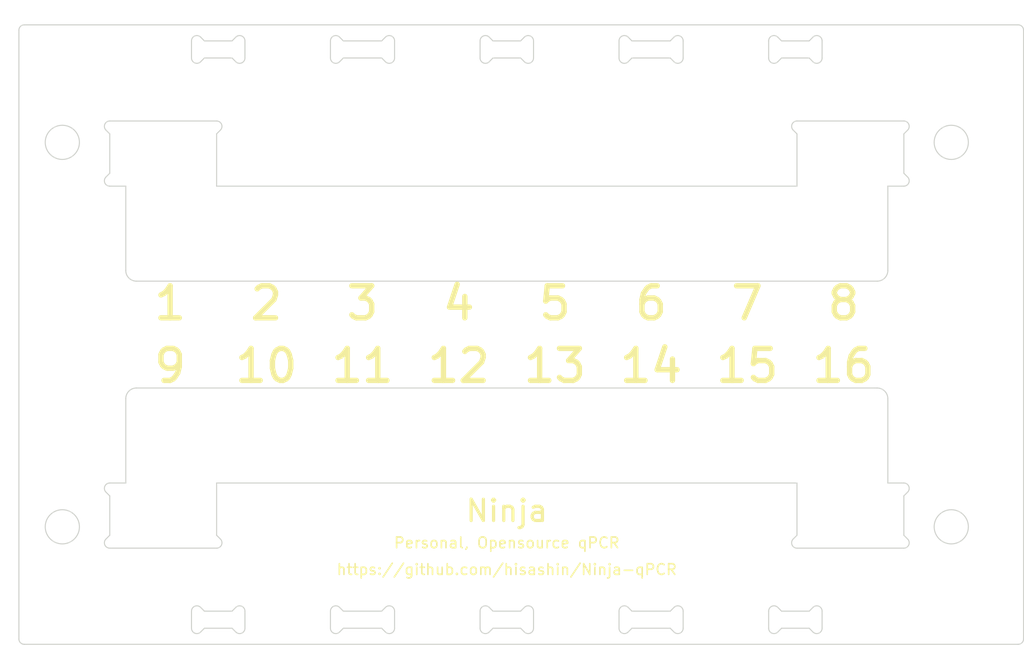
<source format=kicad_pcb>
(kicad_pcb (version 20171130) (host pcbnew "(5.1.6-0-10_14)")

  (general
    (thickness 1.6)
    (drawings 220)
    (tracks 0)
    (zones 0)
    (modules 0)
    (nets 1)
  )

  (page A4)
  (layers
    (0 F.Cu signal)
    (31 B.Cu signal)
    (32 B.Adhes user)
    (33 F.Adhes user)
    (34 B.Paste user)
    (35 F.Paste user)
    (36 B.SilkS user)
    (37 F.SilkS user)
    (38 B.Mask user)
    (39 F.Mask user)
    (40 Dwgs.User user)
    (41 Cmts.User user)
    (42 Eco1.User user)
    (43 Eco2.User user)
    (44 Edge.Cuts user)
    (45 Margin user)
    (46 B.CrtYd user)
    (47 F.CrtYd user)
    (48 B.Fab user)
    (49 F.Fab user)
  )

  (setup
    (last_trace_width 0.25)
    (trace_clearance 0.2)
    (zone_clearance 0.508)
    (zone_45_only no)
    (trace_min 0.2)
    (via_size 0.8)
    (via_drill 0.4)
    (via_min_size 0.4)
    (via_min_drill 0.3)
    (uvia_size 0.3)
    (uvia_drill 0.1)
    (uvias_allowed no)
    (uvia_min_size 0.2)
    (uvia_min_drill 0.1)
    (edge_width 0.1)
    (segment_width 0.2)
    (pcb_text_width 0.3)
    (pcb_text_size 1.5 1.5)
    (mod_edge_width 0.15)
    (mod_text_size 1 1)
    (mod_text_width 0.15)
    (pad_size 1.7 1.7)
    (pad_drill 1)
    (pad_to_mask_clearance 0)
    (aux_axis_origin 0 0)
    (grid_origin 0.5 0.5)
    (visible_elements FFFFFF7F)
    (pcbplotparams
      (layerselection 0x010fc_ffffffff)
      (usegerberextensions true)
      (usegerberattributes false)
      (usegerberadvancedattributes true)
      (creategerberjobfile true)
      (excludeedgelayer true)
      (linewidth 0.100000)
      (plotframeref false)
      (viasonmask false)
      (mode 1)
      (useauxorigin false)
      (hpglpennumber 1)
      (hpglpenspeed 20)
      (hpglpendiameter 15.000000)
      (psnegative false)
      (psa4output false)
      (plotreference true)
      (plotvalue true)
      (plotinvisibletext false)
      (padsonsilk false)
      (subtractmaskfromsilk false)
      (outputformat 1)
      (mirror false)
      (drillshape 0)
      (scaleselection 1)
      (outputdirectory ""))
  )

  (net 0 "")

  (net_class Default "This is the default net class."
    (clearance 0.2)
    (trace_width 0.25)
    (via_dia 0.8)
    (via_drill 0.4)
    (uvia_dia 0.3)
    (uvia_drill 0.1)
  )

  (gr_text 94x58mm (at 122 69.02) (layer Dwgs.User)
    (effects (font (size 1 1) (thickness 0.15)))
  )
  (gr_text https://github.com/hisashin/Ninja-qPCR (at 165.650074 121.5) (layer F.SilkS) (tstamp 60D54DBF)
    (effects (font (size 1 1) (thickness 0.15)))
  )
  (gr_text "Personal, Opensource qPCR" (at 165.650074 119) (layer F.SilkS) (tstamp 60D54DBD)
    (effects (font (size 1 1) (thickness 0.15)))
  )
  (gr_text Ninja (at 165.650074 116) (layer F.SilkS)
    (effects (font (size 2 2) (thickness 0.3)))
  )
  (gr_text 10 (at 143.150074 102.43) (layer F.SilkS) (tstamp 60D54D34)
    (effects (font (size 3 3) (thickness 0.5)))
  )
  (gr_text 16 (at 197.150074 102.43) (layer F.SilkS) (tstamp 60D54D33)
    (effects (font (size 3 3) (thickness 0.5)))
  )
  (gr_text 13 (at 170.150074 102.43) (layer F.SilkS) (tstamp 60D54D32)
    (effects (font (size 3 3) (thickness 0.5)))
  )
  (gr_text 15 (at 188.150074 102.43) (layer F.SilkS) (tstamp 60D54D31)
    (effects (font (size 3 3) (thickness 0.5)))
  )
  (gr_text 11 (at 152.150074 102.43) (layer F.SilkS) (tstamp 60D54D30)
    (effects (font (size 3 3) (thickness 0.5)))
  )
  (gr_text 12 (at 161.150074 102.43) (layer F.SilkS) (tstamp 60D54D2F)
    (effects (font (size 3 3) (thickness 0.5)))
  )
  (gr_text 14 (at 179.150074 102.43) (layer F.SilkS) (tstamp 60D54D2E)
    (effects (font (size 3 3) (thickness 0.5)))
  )
  (gr_text 9 (at 134.150074 102.43) (layer F.SilkS) (tstamp 60D54D2D)
    (effects (font (size 3 3) (thickness 0.5)))
  )
  (gr_text 8 (at 197.150074 96.57) (layer F.SilkS) (tstamp 60D54CA5)
    (effects (font (size 3 3) (thickness 0.5)))
  )
  (gr_text 7 (at 188.150074 96.57) (layer F.SilkS) (tstamp 60D54CA3)
    (effects (font (size 3 3) (thickness 0.5)))
  )
  (gr_text 6 (at 179.150074 96.57) (layer F.SilkS) (tstamp 60D54CA1)
    (effects (font (size 3 3) (thickness 0.5)))
  )
  (gr_text 5 (at 170.150074 96.57) (layer F.SilkS) (tstamp 60D54C9F)
    (effects (font (size 3 3) (thickness 0.5)))
  )
  (gr_text 4 (at 161.150074 96.57) (layer F.SilkS) (tstamp 60D54C9D)
    (effects (font (size 3 3) (thickness 0.5)))
  )
  (gr_text 3 (at 152.150074 96.57) (layer F.SilkS) (tstamp 60D54C9B)
    (effects (font (size 3 3) (thickness 0.5)))
  )
  (gr_text 2 (at 143.150074 96.57) (layer F.SilkS) (tstamp 60D54C98)
    (effects (font (size 3 3) (thickness 0.5)))
  )
  (gr_text 1 (at 134.150074 96.57) (layer F.SilkS)
    (effects (font (size 3 3) (thickness 0.5)))
  )
  (gr_circle (center 179.150074 90.000094) (end 180.750074 90.000094) (layer Dwgs.User) (width 0.1) (tstamp 60D54C41))
  (gr_circle (center 197.150074 90.000094) (end 198.750074 90.000094) (layer Dwgs.User) (width 0.1) (tstamp 60D54C40))
  (gr_circle (center 134.150074 90.000094) (end 135.750074 90.000094) (layer Dwgs.User) (width 0.1) (tstamp 60D54C3F))
  (gr_circle (center 161.150074 90.000094) (end 162.750074 90.000094) (layer Dwgs.User) (width 0.1) (tstamp 60D54C3E))
  (gr_circle (center 188.150074 90.000094) (end 189.750074 90.000094) (layer Dwgs.User) (width 0.1) (tstamp 60D54C3D))
  (gr_circle (center 143.150074 90.000094) (end 144.750074 90.000094) (layer Dwgs.User) (width 0.1) (tstamp 60D54C3C))
  (gr_circle (center 170.150074 90.000094) (end 171.750074 90.000094) (layer Dwgs.User) (width 0.1) (tstamp 60D54C3B))
  (gr_circle (center 152.150074 90.000094) (end 153.750074 90.000094) (layer Dwgs.User) (width 0.1) (tstamp 60D54C3A))
  (gr_circle (center 134.150074 108.999906) (end 135.750074 108.999906) (layer Dwgs.User) (width 0.1) (tstamp 60D54C27))
  (gr_circle (center 143.150074 108.999906) (end 144.750074 108.999906) (layer Dwgs.User) (width 0.1) (tstamp 60D54C25))
  (gr_circle (center 152.150074 108.999906) (end 153.750074 108.999906) (layer Dwgs.User) (width 0.1) (tstamp 60D54C23))
  (gr_circle (center 161.150074 108.999906) (end 162.750074 108.999906) (layer Dwgs.User) (width 0.1) (tstamp 60D54C21))
  (gr_circle (center 170.150074 108.999906) (end 171.750074 108.999906) (layer Dwgs.User) (width 0.1) (tstamp 60D54C1F))
  (gr_circle (center 179.150074 108.999906) (end 180.750074 108.999906) (layer Dwgs.User) (width 0.1) (tstamp 60D54C1D))
  (gr_circle (center 188.150074 108.999906) (end 189.750074 108.999906) (layer Dwgs.User) (width 0.1) (tstamp 60D54C1B))
  (gr_circle (center 197.150074 108.999906) (end 198.750074 108.999906) (layer Dwgs.User) (width 0.1) (tstamp 60D54C10))
  (gr_arc (start 213.5 128) (end 213.5 128.5) (angle -90) (layer Edge.Cuts) (width 0.1))
  (gr_arc (start 120.5 128) (end 120 128) (angle -90) (layer Edge.Cuts) (width 0.1))
  (gr_arc (start 120.5 71) (end 120.5 70.5) (angle -90) (layer Edge.Cuts) (width 0.1))
  (gr_arc (start 213.5 71) (end 214 71) (angle -90) (layer Edge.Cuts) (width 0.1))
  (gr_line (start 176.15 125.398483) (end 176.15 126.998483) (layer Edge.Cuts) (width 0.1) (tstamp 60D54A87))
  (gr_arc (start 176.65 125.398483) (end 176.15 125.398483) (angle 135) (layer Edge.Cuts) (width 0.1) (tstamp 60D54A86))
  (gr_line (start 177.357106 125.398483) (end 177.003553 125.044929) (layer Edge.Cuts) (width 0.1) (tstamp 60D54A85))
  (gr_line (start 180.942893 125.398483) (end 177.357106 125.398483) (layer Edge.Cuts) (width 0.1) (tstamp 60D54A84))
  (gr_line (start 181.296446 125.044929) (end 180.942893 125.398483) (layer Edge.Cuts) (width 0.1) (tstamp 60D54A83))
  (gr_arc (start 181.65 125.398483) (end 181.296446 125.044929) (angle 135) (layer Edge.Cuts) (width 0.1) (tstamp 60D54A82))
  (gr_line (start 182.15 126.998483) (end 182.15 125.398483) (layer Edge.Cuts) (width 0.1) (tstamp 60D54A81))
  (gr_arc (start 181.65 126.998483) (end 182.15 126.998483) (angle 135) (layer Edge.Cuts) (width 0.1) (tstamp 60D54A80))
  (gr_line (start 180.942893 126.998483) (end 181.296446 127.352036) (layer Edge.Cuts) (width 0.1) (tstamp 60D54A7F))
  (gr_line (start 177.357106 126.998483) (end 180.942893 126.998483) (layer Edge.Cuts) (width 0.1) (tstamp 60D54A7E))
  (gr_line (start 177.003553 127.352036) (end 177.357106 126.998483) (layer Edge.Cuts) (width 0.1) (tstamp 60D54A7D))
  (gr_arc (start 176.65 126.998483) (end 177.003553 127.352036) (angle 135) (layer Edge.Cuts) (width 0.1) (tstamp 60D54A7C))
  (gr_line (start 166.942893 126.998483) (end 164.357106 126.998483) (layer Edge.Cuts) (width 0.1) (tstamp 60D54A7B))
  (gr_line (start 167.296446 127.352036) (end 166.942893 126.998483) (layer Edge.Cuts) (width 0.1) (tstamp 60D54A7A))
  (gr_arc (start 167.65 126.998483) (end 168.15 126.998483) (angle 135) (layer Edge.Cuts) (width 0.1) (tstamp 60D54A79))
  (gr_line (start 168.15 125.398483) (end 168.15 126.998483) (layer Edge.Cuts) (width 0.1) (tstamp 60D54A78))
  (gr_arc (start 167.65 125.398483) (end 167.296446 125.044929) (angle 135) (layer Edge.Cuts) (width 0.1) (tstamp 60D54A77))
  (gr_line (start 166.942893 125.398483) (end 167.296446 125.044929) (layer Edge.Cuts) (width 0.1) (tstamp 60D54A76))
  (gr_line (start 164.357106 125.398483) (end 166.942893 125.398483) (layer Edge.Cuts) (width 0.1) (tstamp 60D54A75))
  (gr_line (start 164.003553 125.044929) (end 164.357106 125.398483) (layer Edge.Cuts) (width 0.1) (tstamp 60D54A74))
  (gr_arc (start 163.65 125.398483) (end 163.15 125.398483) (angle 135) (layer Edge.Cuts) (width 0.1) (tstamp 60D54A73))
  (gr_line (start 163.15 126.998483) (end 163.15 125.398483) (layer Edge.Cuts) (width 0.1) (tstamp 60D54A72))
  (gr_arc (start 163.65 126.998483) (end 164.003553 127.352036) (angle 135) (layer Edge.Cuts) (width 0.1) (tstamp 60D54A71))
  (gr_line (start 164.357106 126.998483) (end 164.003553 127.352036) (layer Edge.Cuts) (width 0.1) (tstamp 60D54A70))
  (gr_circle (center 124.064141 117.499167) (end 122.464141 117.499167) (layer Edge.Cuts) (width 0.1) (tstamp 60D54A6F))
  (gr_circle (center 207.236141 117.499167) (end 205.636141 117.499167) (layer Edge.Cuts) (width 0.1) (tstamp 60D54A6E))
  (gr_line (start 137.357106 125.398483) (end 139.942893 125.398483) (layer Edge.Cuts) (width 0.1) (tstamp 60D54A6D))
  (gr_line (start 137.003553 125.044929) (end 137.357106 125.398483) (layer Edge.Cuts) (width 0.1) (tstamp 60D54A6C))
  (gr_arc (start 136.65 125.398483) (end 136.15 125.398483) (angle 135) (layer Edge.Cuts) (width 0.1) (tstamp 60D54A6B))
  (gr_line (start 136.15 126.998483) (end 136.15 125.398483) (layer Edge.Cuts) (width 0.1) (tstamp 60D54A6A))
  (gr_arc (start 136.65 126.998483) (end 137.003553 127.352036) (angle 135) (layer Edge.Cuts) (width 0.1) (tstamp 60D54A69))
  (gr_line (start 137.357106 126.998483) (end 137.003553 127.352036) (layer Edge.Cuts) (width 0.1) (tstamp 60D54A68))
  (gr_line (start 139.942893 126.998483) (end 137.357106 126.998483) (layer Edge.Cuts) (width 0.1) (tstamp 60D54A67))
  (gr_line (start 140.296446 127.352036) (end 139.942893 126.998483) (layer Edge.Cuts) (width 0.1) (tstamp 60D54A66))
  (gr_arc (start 140.65 126.998483) (end 141.15 126.998483) (angle 135) (layer Edge.Cuts) (width 0.1) (tstamp 60D54A65))
  (gr_line (start 141.15 125.398483) (end 141.15 126.998483) (layer Edge.Cuts) (width 0.1) (tstamp 60D54A64))
  (gr_arc (start 140.65 125.398483) (end 140.296446 125.044929) (angle 135) (layer Edge.Cuts) (width 0.1) (tstamp 60D54A63))
  (gr_line (start 139.942893 125.398483) (end 140.296446 125.044929) (layer Edge.Cuts) (width 0.1) (tstamp 60D54A62))
  (gr_line (start 149.15 125.398483) (end 149.15 126.998483) (layer Edge.Cuts) (width 0.1) (tstamp 60D54A61))
  (gr_arc (start 149.65 125.398483) (end 149.15 125.398483) (angle 135) (layer Edge.Cuts) (width 0.1) (tstamp 60D54A60))
  (gr_line (start 150.357106 125.398483) (end 150.003553 125.044929) (layer Edge.Cuts) (width 0.1) (tstamp 60D54A5F))
  (gr_line (start 153.942893 125.398483) (end 150.357106 125.398483) (layer Edge.Cuts) (width 0.1) (tstamp 60D54A5E))
  (gr_line (start 154.296446 125.044929) (end 153.942893 125.398483) (layer Edge.Cuts) (width 0.1) (tstamp 60D54A5D))
  (gr_arc (start 154.65 125.398483) (end 154.296446 125.044929) (angle 135) (layer Edge.Cuts) (width 0.1) (tstamp 60D54A5C))
  (gr_line (start 155.15 126.998483) (end 155.15 125.398483) (layer Edge.Cuts) (width 0.1) (tstamp 60D54A5B))
  (gr_arc (start 154.65 126.998483) (end 155.15 126.998483) (angle 135) (layer Edge.Cuts) (width 0.1) (tstamp 60D54A5A))
  (gr_line (start 153.942893 126.998483) (end 154.296446 127.352036) (layer Edge.Cuts) (width 0.1) (tstamp 60D54A59))
  (gr_line (start 150.357106 126.998483) (end 153.942893 126.998483) (layer Edge.Cuts) (width 0.1) (tstamp 60D54A58))
  (gr_line (start 150.003553 127.352036) (end 150.357106 126.998483) (layer Edge.Cuts) (width 0.1) (tstamp 60D54A57))
  (gr_arc (start 149.65 126.998483) (end 150.003553 127.352036) (angle 135) (layer Edge.Cuts) (width 0.1) (tstamp 60D54A56))
  (gr_line (start 193.942893 126.998483) (end 191.357106 126.998483) (layer Edge.Cuts) (width 0.1) (tstamp 60D54A55))
  (gr_line (start 194.296446 127.352036) (end 193.942893 126.998483) (layer Edge.Cuts) (width 0.1) (tstamp 60D54A54))
  (gr_arc (start 194.65 126.998483) (end 195.15 126.998483) (angle 135) (layer Edge.Cuts) (width 0.1) (tstamp 60D54A53))
  (gr_line (start 195.15 125.398483) (end 195.15 126.998483) (layer Edge.Cuts) (width 0.1) (tstamp 60D54A52))
  (gr_arc (start 194.65 125.398483) (end 194.296446 125.044929) (angle 135) (layer Edge.Cuts) (width 0.1) (tstamp 60D54A51))
  (gr_line (start 193.942893 125.398483) (end 194.296446 125.044929) (layer Edge.Cuts) (width 0.1) (tstamp 60D54A50))
  (gr_line (start 191.357106 125.398483) (end 193.942893 125.398483) (layer Edge.Cuts) (width 0.1) (tstamp 60D54A4F))
  (gr_line (start 191.003553 125.044929) (end 191.357106 125.398483) (layer Edge.Cuts) (width 0.1) (tstamp 60D54A4E))
  (gr_arc (start 190.65 125.398483) (end 190.15 125.398483) (angle 135) (layer Edge.Cuts) (width 0.1) (tstamp 60D54A4D))
  (gr_line (start 190.15 126.998483) (end 190.15 125.398483) (layer Edge.Cuts) (width 0.1) (tstamp 60D54A4C))
  (gr_arc (start 190.65 126.998483) (end 191.003553 127.352036) (angle 135) (layer Edge.Cuts) (width 0.1) (tstamp 60D54A4B))
  (gr_line (start 191.357106 126.998483) (end 191.003553 127.352036) (layer Edge.Cuts) (width 0.1) (tstamp 60D54A4A))
  (gr_line (start 192.446053 118.644929) (end 192.799606 118.291376) (layer Edge.Cuts) (width 0.1) (tstamp 60D54A49))
  (gr_arc (start 192.799606 118.998483) (end 192.799606 119.498483) (angle 135) (layer Edge.Cuts) (width 0.1) (tstamp 60D54A48))
  (gr_line (start 202.8 119.498483) (end 192.799606 119.498483) (layer Edge.Cuts) (width 0.1) (tstamp 60D54A47))
  (gr_arc (start 202.8 118.998483) (end 203.153553 118.644929) (angle 135) (layer Edge.Cuts) (width 0.1) (tstamp 60D54A46))
  (gr_line (start 202.8 118.291376) (end 203.153553 118.644929) (layer Edge.Cuts) (width 0.1) (tstamp 60D54A45))
  (gr_line (start 202.8 114.605589) (end 202.8 118.291376) (layer Edge.Cuts) (width 0.1) (tstamp 60D54A44))
  (gr_line (start 203.153553 114.252036) (end 202.8 114.605589) (layer Edge.Cuts) (width 0.1) (tstamp 60D54A43))
  (gr_line (start 192.799606 113.398483) (end 138.499606 113.398483) (layer Edge.Cuts) (width 0.1) (tstamp 60D54A42))
  (gr_line (start 192.799606 118.291376) (end 192.799606 113.398483) (layer Edge.Cuts) (width 0.1) (tstamp 60D54A41))
  (gr_arc (start 200.3 105.501319) (end 200.3 104.501319) (angle 90) (layer Edge.Cuts) (width 0.1) (tstamp 60D54A40))
  (gr_line (start 131 104.501319) (end 200.3 104.501319) (layer Edge.Cuts) (width 0.1) (tstamp 60D54A3F))
  (gr_arc (start 131 105.501319) (end 130 105.501319) (angle 90) (layer Edge.Cuts) (width 0.1) (tstamp 60D54A3E))
  (gr_line (start 130 113.398483) (end 130 105.501319) (layer Edge.Cuts) (width 0.1) (tstamp 60D54A3D))
  (gr_line (start 128.5 113.398483) (end 130 113.398483) (layer Edge.Cuts) (width 0.1) (tstamp 60D54A3A))
  (gr_arc (start 128.5 113.898483) (end 128.146446 114.252036) (angle 135) (layer Edge.Cuts) (width 0.1) (tstamp 60D54A39))
  (gr_line (start 128.5 114.605589) (end 128.146446 114.252036) (layer Edge.Cuts) (width 0.1) (tstamp 60D54A38))
  (gr_line (start 128.5 118.291376) (end 128.5 114.605589) (layer Edge.Cuts) (width 0.1) (tstamp 60D54A37))
  (gr_line (start 128.146446 118.644929) (end 128.5 118.291376) (layer Edge.Cuts) (width 0.1) (tstamp 60D54A36))
  (gr_arc (start 128.5 118.998483) (end 128.5 119.498483) (angle 135) (layer Edge.Cuts) (width 0.1) (tstamp 60D54A35))
  (gr_line (start 138.499606 119.498483) (end 128.5 119.498483) (layer Edge.Cuts) (width 0.1) (tstamp 60D54A34))
  (gr_arc (start 138.499606 118.998483) (end 138.853159 118.644929) (angle 134.9999941) (layer Edge.Cuts) (width 0.1) (tstamp 60D54A33))
  (gr_line (start 138.499606 118.291376) (end 138.853159 118.644929) (layer Edge.Cuts) (width 0.1) (tstamp 60D54A32))
  (gr_line (start 138.499606 113.398483) (end 138.499606 118.291376) (layer Edge.Cuts) (width 0.1) (tstamp 60D54A31))
  (gr_line (start 120.5 128.5) (end 213.5 128.5) (layer Edge.Cuts) (width 0.1) (tstamp 60D54A2F))
  (gr_arc (start 202.8 113.898483) (end 202.8 113.398483) (angle 135) (layer Edge.Cuts) (width 0.1) (tstamp 60D54A2E))
  (gr_line (start 201.3 113.398483) (end 202.8 113.398483) (layer Edge.Cuts) (width 0.1) (tstamp 60D54A2D))
  (gr_line (start 201.3 105.501319) (end 201.3 113.398483) (layer Edge.Cuts) (width 0.1) (tstamp 60D54A2C))
  (gr_line (start 176.15 73.601517) (end 176.15 72.001517) (layer Edge.Cuts) (width 0.1))
  (gr_arc (start 176.65 73.601517) (end 176.15 73.601517) (angle -135) (layer Edge.Cuts) (width 0.1))
  (gr_line (start 177.357106 73.601517) (end 177.003553 73.955071) (layer Edge.Cuts) (width 0.1))
  (gr_line (start 180.942893 73.601517) (end 177.357106 73.601517) (layer Edge.Cuts) (width 0.1))
  (gr_line (start 181.296446 73.955071) (end 180.942893 73.601517) (layer Edge.Cuts) (width 0.1))
  (gr_arc (start 181.65 73.601517) (end 181.296446 73.955071) (angle -135) (layer Edge.Cuts) (width 0.1))
  (gr_line (start 182.15 72.001517) (end 182.15 73.601517) (layer Edge.Cuts) (width 0.1))
  (gr_arc (start 181.65 72.001517) (end 182.15 72.001517) (angle -135) (layer Edge.Cuts) (width 0.1))
  (gr_line (start 180.942893 72.001517) (end 181.296446 71.647964) (layer Edge.Cuts) (width 0.1))
  (gr_line (start 177.357106 72.001517) (end 180.942893 72.001517) (layer Edge.Cuts) (width 0.1))
  (gr_line (start 177.003553 71.647964) (end 177.357106 72.001517) (layer Edge.Cuts) (width 0.1))
  (gr_arc (start 176.65 72.001517) (end 177.003553 71.647964) (angle -135) (layer Edge.Cuts) (width 0.1))
  (gr_line (start 166.942893 72.001517) (end 164.357106 72.001517) (layer Edge.Cuts) (width 0.1))
  (gr_line (start 167.296446 71.647964) (end 166.942893 72.001517) (layer Edge.Cuts) (width 0.1))
  (gr_arc (start 167.65 72.001517) (end 168.15 72.001517) (angle -135) (layer Edge.Cuts) (width 0.1))
  (gr_line (start 168.15 73.601517) (end 168.15 72.001517) (layer Edge.Cuts) (width 0.1))
  (gr_arc (start 167.65 73.601517) (end 167.296446 73.955071) (angle -135) (layer Edge.Cuts) (width 0.1))
  (gr_line (start 166.942893 73.601517) (end 167.296446 73.955071) (layer Edge.Cuts) (width 0.1))
  (gr_line (start 164.357106 73.601517) (end 166.942893 73.601517) (layer Edge.Cuts) (width 0.1))
  (gr_line (start 164.003553 73.955071) (end 164.357106 73.601517) (layer Edge.Cuts) (width 0.1))
  (gr_arc (start 163.65 73.601517) (end 163.15 73.601517) (angle -135) (layer Edge.Cuts) (width 0.1))
  (gr_line (start 163.15 72.001517) (end 163.15 73.601517) (layer Edge.Cuts) (width 0.1))
  (gr_arc (start 163.65 72.001517) (end 164.003553 71.647964) (angle -135) (layer Edge.Cuts) (width 0.1))
  (gr_line (start 164.357106 72.001517) (end 164.003553 71.647964) (layer Edge.Cuts) (width 0.1))
  (gr_circle (center 124.064141 81.500833) (end 122.464141 81.500833) (layer Edge.Cuts) (width 0.1))
  (gr_circle (center 207.236141 81.500833) (end 205.636141 81.500833) (layer Edge.Cuts) (width 0.1))
  (gr_line (start 137.357106 73.601517) (end 139.942893 73.601517) (layer Edge.Cuts) (width 0.1))
  (gr_line (start 137.003553 73.955071) (end 137.357106 73.601517) (layer Edge.Cuts) (width 0.1))
  (gr_arc (start 136.65 73.601517) (end 136.15 73.601517) (angle -135) (layer Edge.Cuts) (width 0.1))
  (gr_line (start 136.15 72.001517) (end 136.15 73.601517) (layer Edge.Cuts) (width 0.1))
  (gr_arc (start 136.65 72.001517) (end 137.003553 71.647964) (angle -135) (layer Edge.Cuts) (width 0.1))
  (gr_line (start 137.357106 72.001517) (end 137.003553 71.647964) (layer Edge.Cuts) (width 0.1))
  (gr_line (start 139.942893 72.001517) (end 137.357106 72.001517) (layer Edge.Cuts) (width 0.1))
  (gr_line (start 140.296446 71.647964) (end 139.942893 72.001517) (layer Edge.Cuts) (width 0.1))
  (gr_arc (start 140.65 72.001517) (end 141.15 72.001517) (angle -135) (layer Edge.Cuts) (width 0.1))
  (gr_line (start 141.15 73.601517) (end 141.15 72.001517) (layer Edge.Cuts) (width 0.1))
  (gr_arc (start 140.65 73.601517) (end 140.296446 73.955071) (angle -135) (layer Edge.Cuts) (width 0.1))
  (gr_line (start 139.942893 73.601517) (end 140.296446 73.955071) (layer Edge.Cuts) (width 0.1))
  (gr_line (start 149.15 73.601517) (end 149.15 72.001517) (layer Edge.Cuts) (width 0.1))
  (gr_arc (start 149.65 73.601517) (end 149.15 73.601517) (angle -135) (layer Edge.Cuts) (width 0.1))
  (gr_line (start 150.357106 73.601517) (end 150.003553 73.955071) (layer Edge.Cuts) (width 0.1))
  (gr_line (start 153.942893 73.601517) (end 150.357106 73.601517) (layer Edge.Cuts) (width 0.1))
  (gr_line (start 154.296446 73.955071) (end 153.942893 73.601517) (layer Edge.Cuts) (width 0.1))
  (gr_arc (start 154.65 73.601517) (end 154.296446 73.955071) (angle -135) (layer Edge.Cuts) (width 0.1))
  (gr_line (start 155.15 72.001517) (end 155.15 73.601517) (layer Edge.Cuts) (width 0.1))
  (gr_arc (start 154.65 72.001517) (end 155.15 72.001517) (angle -135) (layer Edge.Cuts) (width 0.1))
  (gr_line (start 153.942893 72.001517) (end 154.296446 71.647964) (layer Edge.Cuts) (width 0.1))
  (gr_line (start 150.357106 72.001517) (end 153.942893 72.001517) (layer Edge.Cuts) (width 0.1))
  (gr_line (start 150.003553 71.647964) (end 150.357106 72.001517) (layer Edge.Cuts) (width 0.1))
  (gr_arc (start 149.65 72.001517) (end 150.003553 71.647964) (angle -135) (layer Edge.Cuts) (width 0.1))
  (gr_line (start 193.942893 72.001517) (end 191.357106 72.001517) (layer Edge.Cuts) (width 0.1))
  (gr_line (start 194.296446 71.647964) (end 193.942893 72.001517) (layer Edge.Cuts) (width 0.1))
  (gr_arc (start 194.65 72.001517) (end 195.15 72.001517) (angle -135) (layer Edge.Cuts) (width 0.1))
  (gr_line (start 195.15 73.601517) (end 195.15 72.001517) (layer Edge.Cuts) (width 0.1))
  (gr_arc (start 194.65 73.601517) (end 194.296446 73.955071) (angle -135) (layer Edge.Cuts) (width 0.1))
  (gr_line (start 193.942893 73.601517) (end 194.296446 73.955071) (layer Edge.Cuts) (width 0.1))
  (gr_line (start 191.357106 73.601517) (end 193.942893 73.601517) (layer Edge.Cuts) (width 0.1))
  (gr_line (start 191.003553 73.955071) (end 191.357106 73.601517) (layer Edge.Cuts) (width 0.1))
  (gr_arc (start 190.65 73.601517) (end 190.15 73.601517) (angle -135) (layer Edge.Cuts) (width 0.1))
  (gr_line (start 190.15 72.001517) (end 190.15 73.601517) (layer Edge.Cuts) (width 0.1))
  (gr_arc (start 190.65 72.001517) (end 191.003553 71.647964) (angle -135) (layer Edge.Cuts) (width 0.1))
  (gr_line (start 191.357106 72.001517) (end 191.003553 71.647964) (layer Edge.Cuts) (width 0.1))
  (gr_line (start 192.446053 80.355071) (end 192.799606 80.708624) (layer Edge.Cuts) (width 0.1))
  (gr_arc (start 192.799606 80.001517) (end 192.799606 79.501517) (angle -135) (layer Edge.Cuts) (width 0.1))
  (gr_line (start 202.8 79.501517) (end 192.799606 79.501517) (layer Edge.Cuts) (width 0.1))
  (gr_arc (start 202.8 80.001517) (end 203.153553 80.355071) (angle -135) (layer Edge.Cuts) (width 0.1))
  (gr_line (start 202.8 80.708624) (end 203.153553 80.355071) (layer Edge.Cuts) (width 0.1))
  (gr_line (start 202.8 84.394411) (end 202.8 80.708624) (layer Edge.Cuts) (width 0.1))
  (gr_line (start 203.153553 84.747964) (end 202.8 84.394411) (layer Edge.Cuts) (width 0.1))
  (gr_line (start 192.799606 85.601517) (end 138.499606 85.601517) (layer Edge.Cuts) (width 0.1))
  (gr_line (start 192.799606 80.708624) (end 192.799606 85.601517) (layer Edge.Cuts) (width 0.1))
  (gr_arc (start 200.3 93.498681) (end 200.3 94.498681) (angle -90) (layer Edge.Cuts) (width 0.1))
  (gr_line (start 131 94.498681) (end 200.3 94.498681) (layer Edge.Cuts) (width 0.1))
  (gr_arc (start 131 93.498681) (end 130 93.498681) (angle -90) (layer Edge.Cuts) (width 0.1))
  (gr_line (start 130 85.601517) (end 130 93.498681) (layer Edge.Cuts) (width 0.1))
  (gr_line (start 120 128) (end 120 71) (layer Edge.Cuts) (width 0.1))
  (gr_line (start 128.5 85.601517) (end 130 85.601517) (layer Edge.Cuts) (width 0.1))
  (gr_arc (start 128.5 85.101517) (end 128.146446 84.747964) (angle -135) (layer Edge.Cuts) (width 0.1))
  (gr_line (start 128.5 84.394411) (end 128.146446 84.747964) (layer Edge.Cuts) (width 0.1))
  (gr_line (start 128.5 80.708624) (end 128.5 84.394411) (layer Edge.Cuts) (width 0.1))
  (gr_line (start 128.146446 80.355071) (end 128.5 80.708624) (layer Edge.Cuts) (width 0.1))
  (gr_arc (start 128.5 80.001517) (end 128.5 79.501517) (angle -135) (layer Edge.Cuts) (width 0.1))
  (gr_line (start 138.499606 79.501517) (end 128.5 79.501517) (layer Edge.Cuts) (width 0.1))
  (gr_arc (start 138.499606 80.001517) (end 138.853159 80.355071) (angle -134.9999941) (layer Edge.Cuts) (width 0.1))
  (gr_line (start 138.499606 80.708624) (end 138.853159 80.355071) (layer Edge.Cuts) (width 0.1))
  (gr_line (start 138.499606 85.601517) (end 138.499606 80.708624) (layer Edge.Cuts) (width 0.1))
  (gr_line (start 214 71) (end 214 128) (layer Edge.Cuts) (width 0.1))
  (gr_line (start 120.5 70.5) (end 213.5 70.5) (layer Edge.Cuts) (width 0.1))
  (gr_arc (start 202.8 85.101517) (end 202.8 85.601517) (angle -135) (layer Edge.Cuts) (width 0.1))
  (gr_line (start 201.3 85.601517) (end 202.8 85.601517) (layer Edge.Cuts) (width 0.1))
  (gr_line (start 201.3 93.498681) (end 201.3 85.601517) (layer Edge.Cuts) (width 0.1))

)

</source>
